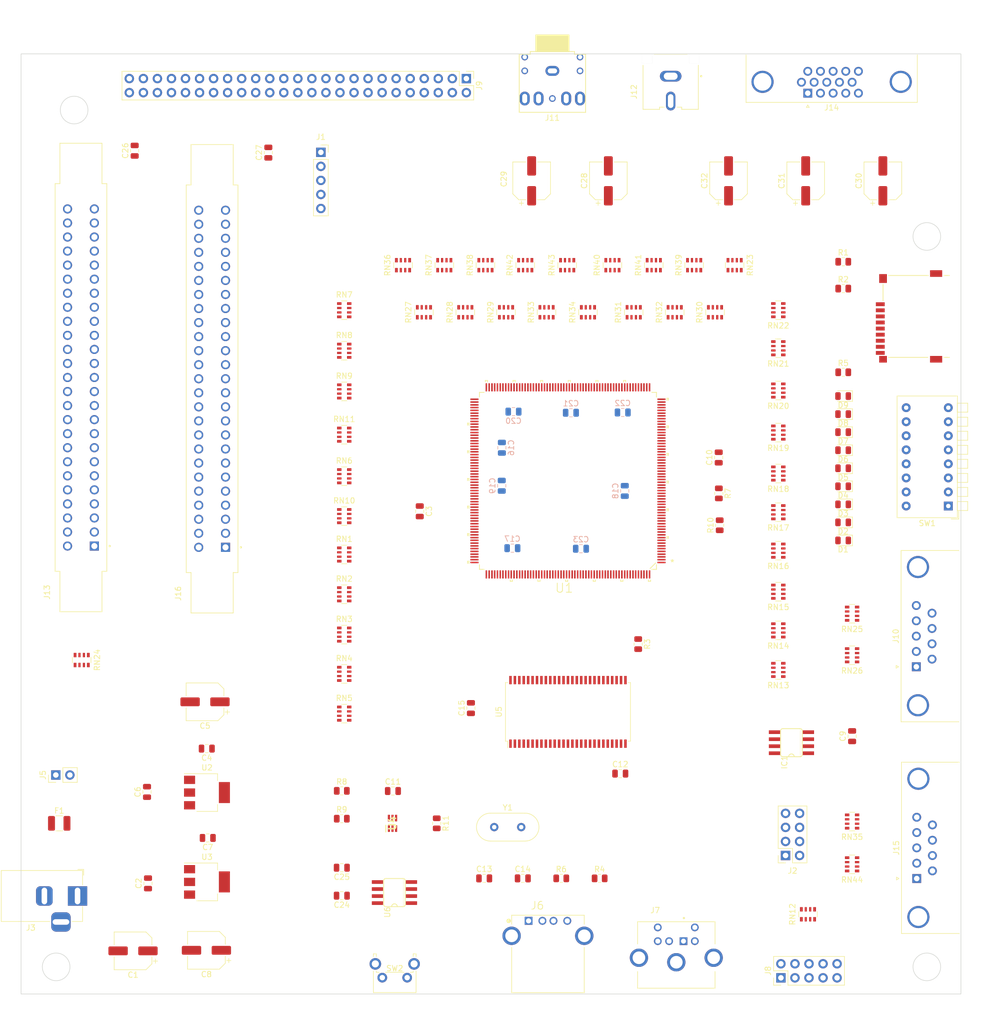
<source format=kicad_pcb>
(kicad_pcb (version 20221018) (generator pcbnew)
  (layers (0 "F.Cu" signal) (31 "B.Cu" signal) (34 "B.Paste" user) (35 "F.Paste" user) (36 "B.SilkS" user "B.Silkscreen") (37 "F.SilkS" user "F.Silkscreen") (38 "B.Mask" user) (39 "F.Mask" user) (44 "Edge.Cuts" user))
  (net 0 "")
  (net 1 "+5V")
  (net 2 "GND")
  (net 3 "Net-(U1B-VCCA_PLL2)")
  (net 4 "+1V5")
  (net 5 "+3.3V")
  (net 6 "Net-(U1A-VCCA_PLL1)")
  (net 7 "Net-(U4-A1)")
  (net 8 "Net-(U4-A2)")
  (net 9 "Net-(U6-DC)")
  (net 10 "Net-(J13-Pin_49)")
  (net 11 "/SOUND_L")
  (net 12 "Net-(J16-Pin_49)")
  (net 13 "/SOUND_R")
  (net 14 "/VB_CV")
  (net 15 "/VG_SY")
  (net 16 "/VR_SC")
  (net 17 "/LED1")
  (net 18 "/LED2")
  (net 19 "/LED3")
  (net 20 "/LED4")
  (net 21 "/LED5")
  (net 22 "/LED6")
  (net 23 "/LED7")
  (net 24 "/LED8")
  (net 25 "Net-(D9-A)")
  (net 26 "Net-(F1-Pad1)")
  (net 27 "Net-(J5-Pin_1)")
  (net 28 "/AS_CS")
  (net 29 "/AS_DI")
  (net 30 "/AS_CK")
  (net 31 "/AS_DO")
  (net 32 "-12V")
  (net 33 "+12V")
  (net 34 "/USBN1")
  (net 38 "/USBP1")
  (net 40 "/SD_D0")
  (net 41 "/SD_D1")
  (net 42 "/SD_CK")
  (net 43 "/SD_D2")
  (net 44 "/SD_D3")
  (net 45 "/SD_CM")
  (net 46 "/KDAT")
  (net 47 "/KCLK")
  (net 50 "/C_DONE")
  (net 51 "/C_CONF")
  (net 52 "/C_CE")
  (net 53 "/CS1")
  (net 54 "/CS2")
  (net 55 "/CS12")
  (net 56 "/SLTSL1")
  (net 57 "/RSV5")
  (net 58 "/RFSH")
  (net 59 "/WAIT")
  (net 60 "/INT")
  (net 61 "/M1")
  (net 62 "/BDIR")
  (net 63 "/IORQ")
  (net 64 "/MERQ")
  (net 65 "/WR")
  (net 66 "/RD")
  (net 67 "/RESET")
  (net 68 "/RSV16")
  (net 69 "/A9")
  (net 70 "/A15")
  (net 71 "/A11")
  (net 72 "/A10")
  (net 73 "/A7")
  (net 74 "/A6")
  (net 75 "/A12")
  (net 76 "/A8")
  (net 77 "/A14")
  (net 78 "/A13")
  (net 79 "/A1")
  (net 80 "/A0")
  (net 81 "/A3")
  (net 82 "/A2")
  (net 83 "/A5")
  (net 84 "/A4")
  (net 85 "/D1")
  (net 86 "/D0")
  (net 87 "/D3")
  (net 88 "/D2")
  (net 89 "/D5")
  (net 90 "/D4")
  (net 91 "/D7")
  (net 92 "/D6")
  (net 93 "/CLOCK")
  (net 94 "/SW1")
  (net 95 "/SW2")
  (net 96 "/IO7")
  (net 97 "/IO9")
  (net 98 "/IO11")
  (net 99 "/IO13")
  (net 100 "/IO8")
  (net 101 "/IO10")
  (net 102 "/IO12")
  (net 103 "/SLTSL2")
  (net 106 "/SCLK")
  (net 107 "/HSYNC")
  (net 108 "/VSYNC")
  (net 109 "/SDAT")
  (net 110 "/IO0")
  (net 111 "/IO2")
  (net 112 "/IO4")
  (net 113 "/IO6")
  (net 114 "/IO1")
  (net 115 "/IO3")
  (net 116 "/IO5")
  (net 117 "/PWRLED")
  (net 118 "Net-(U4-Y1)")
  (net 119 "/EXTCLK")
  (net 120 "/CLK21M")
  (net 121 "/MCLK")
  (net 122 "Net-(U1A-IO_24)")
  (net 123 "Net-(RN1D-R4.2)")
  (net 124 "Net-(RN1C-R3.2)")
  (net 125 "Net-(RN1B-R2.2)")
  (net 126 "Net-(RN1A-R1.2)")
  (net 127 "Net-(RN2D-R4.2)")
  (net 128 "Net-(RN2C-R3.2)")
  (net 129 "Net-(RN2B-R2.2)")
  (net 130 "Net-(RN2A-R1.2)")
  (net 131 "Net-(RN3D-R4.2)")
  (net 132 "Net-(RN3C-R3.2)")
  (net 133 "Net-(RN3B-R2.2)")
  (net 134 "Net-(RN3A-R1.2)")
  (net 135 "Net-(RN4D-R4.2)")
  (net 136 "Net-(RN4C-R3.2)")
  (net 137 "Net-(RN4B-R2.2)")
  (net 138 "Net-(RN4A-R1.2)")
  (net 139 "Net-(RN6D-R4.2)")
  (net 140 "Net-(RN6C-R3.2)")
  (net 141 "Net-(RN6B-R2.2)")
  (net 142 "Net-(RN6A-R1.2)")
  (net 143 "Net-(RN7D-R4.2)")
  (net 144 "Net-(RN7C-R3.2)")
  (net 145 "Net-(RN7B-R2.2)")
  (net 146 "Net-(RN7A-R1.2)")
  (net 147 "Net-(RN8D-R4.2)")
  (net 148 "Net-(RN8C-R3.2)")
  (net 149 "Net-(RN8B-R2.2)")
  (net 150 "Net-(RN8A-R1.2)")
  (net 151 "Net-(RN9D-R4.2)")
  (net 152 "Net-(RN9C-R3.2)")
  (net 153 "Net-(RN9B-R2.2)")
  (net 154 "Net-(RN9A-R1.2)")
  (net 155 "Net-(RN10D-R4.2)")
  (net 156 "Net-(RN10C-R3.2)")
  (net 157 "Net-(RN10B-R2.2)")
  (net 158 "Net-(RN10A-R1.2)")
  (net 159 "Net-(RN11D-R4.2)")
  (net 160 "Net-(RN11C-R3.2)")
  (net 161 "Net-(RN11B-R2.2)")
  (net 162 "Net-(RN11A-R1.2)")
  (net 163 "/C_STAT")
  (net 164 "Net-(RN13D-R4.2)")
  (net 165 "Net-(RN13C-R3.2)")
  (net 166 "Net-(RN13B-R2.2)")
  (net 167 "Net-(RN13A-R1.2)")
  (net 168 "Net-(RN14D-R4.2)")
  (net 169 "Net-(RN14C-R3.2)")
  (net 170 "Net-(RN14B-R2.2)")
  (net 171 "Net-(RN14A-R1.2)")
  (net 172 "Net-(RN15D-R4.2)")
  (net 173 "Net-(RN15C-R3.2)")
  (net 174 "Net-(RN15B-R2.2)")
  (net 175 "Net-(RN15A-R1.2)")
  (net 180 "Net-(RN16B-R2.2)")
  (net 181 "Net-(RN16A-R1.2)")
  (net 182 "Net-(RN17D-R4.2)")
  (net 183 "Net-(RN17C-R3.2)")
  (net 184 "Net-(RN17B-R2.2)")
  (net 185 "Net-(RN17A-R1.2)")
  (net 186 "Net-(RN18D-R4.2)")
  (net 187 "Net-(RN18C-R3.2)")
  (net 188 "Net-(RN18B-R2.2)")
  (net 189 "Net-(RN18A-R1.2)")
  (net 190 "/DIP1")
  (net 191 "/DIP2")
  (net 192 "/DIP3")
  (net 193 "/DIP4")
  (net 194 "Net-(RN19D-R4.2)")
  (net 195 "Net-(RN19C-R3.2)")
  (net 196 "Net-(RN19B-R2.2)")
  (net 197 "Net-(RN19A-R1.2)")
  (net 198 "/DIP5")
  (net 199 "/DIP6")
  (net 200 "/DIP7")
  (net 201 "/DIP8")
  (net 202 "Net-(RN20D-R4.2)")
  (net 203 "Net-(RN20C-R3.2)")
  (net 204 "Net-(RN20B-R2.2)")
  (net 205 "Net-(RN20A-R1.2)")
  (net 206 "Net-(RN21D-R4.2)")
  (net 207 "Net-(RN21C-R3.2)")
  (net 208 "Net-(RN21B-R2.2)")
  (net 209 "Net-(RN21A-R1.2)")
  (net 210 "Net-(RN22D-R4.2)")
  (net 211 "Net-(RN22C-R3.2)")
  (net 212 "Net-(RN22B-R2.2)")
  (net 213 "Net-(RN22A-R1.2)")
  (net 214 "Net-(RN23D-R4.2)")
  (net 215 "Net-(RN23C-R3.2)")
  (net 216 "Net-(RN23B-R2.2)")
  (net 217 "Net-(RN23A-R1.2)")
  (net 220 "/SR2")
  (net 221 "/SR3")
  (net 222 "/SR4")
  (net 223 "/SR5")
  (net 224 "/SL4")
  (net 225 "/SL5")
  (net 226 "/SR0")
  (net 227 "/SR1")
  (net 228 "/SL0")
  (net 229 "/SL1")
  (net 230 "/SL2")
  (net 231 "/SL3")
  (net 232 "/VB2")
  (net 233 "/VB3")
  (net 234 "/VB4")
  (net 235 "/VB5")
  (net 236 "/VG4")
  (net 237 "/VG5")
  (net 238 "/VB0")
  (net 239 "/VB1")
  (net 240 "/VG0")
  (net 241 "/VG1")
  (net 242 "/VG2")
  (net 243 "/VG3")
  (net 244 "/VR2")
  (net 245 "/VR3")
  (net 246 "/VR4")
  (net 247 "/VR5")
  (net 252 "/VR0")
  (net 253 "/VR1")
  (net 267 "/MCKE")
  (net 271 "/MD0")
  (net 272 "/MD1")
  (net 273 "/MD2")
  (net 274 "/MD3")
  (net 275 "/MD4")
  (net 276 "/MD5")
  (net 277 "/MD6")
  (net 278 "/MD7")
  (net 279 "/MLDQ")
  (net 280 "/MWE")
  (net 281 "/MCAS")
  (net 282 "/MRAS")
  (net 283 "/MCS")
  (net 284 "/MBA0")
  (net 285 "/MBA1")
  (net 286 "/MA10")
  (net 287 "/MA0")
  (net 288 "/MA1")
  (net 289 "/MA2")
  (net 290 "/MA3")
  (net 291 "/MD15")
  (net 292 "/MD14")
  (net 293 "/MD13")
  (net 294 "/MD12")
  (net 295 "/MD11")
  (net 296 "/MD10")
  (net 297 "/MD9")
  (net 298 "/MD8")
  (net 299 "/MUDQ")
  (net 300 "/MA12")
  (net 301 "/MA11")
  (net 302 "/MA9")
  (net 303 "/MA8")
  (net 304 "/MA7")
  (net 305 "/MA6")
  (net 306 "/MA5")
  (net 307 "/MA4")
  (net 315 "Net-(RN34B-R2.2)")
  (net 316 "Net-(RN34A-R1.2)")
  (net 317 "Net-(RN27A-R1.2)")
  (net 318 "Net-(RN27D-R4.2)")
  (net 319 "Net-(RN27C-R3.2)")
  (net 320 "Net-(RN27B-R2.2)")
  (net 321 "Net-(RN28C-R3.2)")
  (net 322 "Net-(RN28D-R4.2)")
  (net 323 "Net-(RN28B-R2.2)")
  (net 324 "Net-(RN28A-R1.2)")
  (net 325 "Net-(RN29D-R4.2)")
  (net 326 "Net-(RN29C-R3.2)")
  (net 327 "Net-(RN29B-R2.2)")
  (net 328 "Net-(RN29A-R1.2)")
  (net 329 "Net-(RN30A-R1.2)")
  (net 330 "Net-(RN30D-R4.2)")
  (net 331 "Net-(RN30C-R3.2)")
  (net 332 "Net-(RN30B-R2.2)")
  (net 333 "Net-(RN31C-R3.2)")
  (net 334 "Net-(RN31D-R4.2)")
  (net 335 "Net-(RN31B-R2.2)")
  (net 336 "Net-(RN31A-R1.2)")
  (net 337 "Net-(RN32D-R4.2)")
  (net 338 "Net-(RN32C-R3.2)")
  (net 339 "Net-(RN32B-R2.2)")
  (net 340 "Net-(RN32A-R1.2)")
  (net 341 "Net-(RN33A-R1.2)")
  (net 342 "Net-(RN33D-R4.2)")
  (net 343 "Net-(RN33C-R3.2)")
  (net 344 "Net-(RN33B-R2.2)")
  (net 345 "Net-(RN5D-R4.2)")
  (net 346 "Net-(RN5C-R3.2)")
  (net 347 "Net-(RN5B-R2.2)")
  (net 348 "Net-(RN5A-R1.2)")
  (footprint "Resistor_SMD:R_0805_2012Metric" (layer "F.Cu") (at 206.6036 193.2432 -90)
    (fp_text reference "R11")
    (fp_text value "1M")
  )
  (footprint "LED_SMD:LED_0805_2012Metric" (layer "F.Cu") (at 280.1135 142.0876 180)
    (fp_text reference "D1")
    (fp_text value "LED3" hide)
  )
  (footprint "Resistor_SMD:R_Array_Convex_4x0603" (layer "F.Cu") (at 189.876 100.4564)
    (fp_text reference "RN7")
    (fp_text value "100")
  )
  (footprint "Resistor_SMD:R_Array_Convex_4x0603" (layer "F.Cu") (at 189.876 144.6338)
    (fp_text reference "RN1")
    (fp_text value "100")
  )
  (footprint "Capacitor_SMD:C_0805_2012Metric" (layer "F.Cu") (at 151.9682 71.6128 90)
    (fp_text reference "C26")
    (fp_text value "4.7uF")
  )
  (footprint "Capacitor_SMD:CP_Elec_6.3x3" (layer "F.Cu") (at 223.774 77.0636 90)
    (fp_text reference "C29")
    (fp_text value "220uF")
  )
  (footprint "Resistor_SMD:R_Array_Convex_4x0603" (layer "F.Cu") (at 189.876 122.9614)
    (fp_text reference "RN11")
    (fp_text value "100")
  )
  (footprint "Resistor_SMD:R_Array_Convex_4x0603" (layer "F.Cu") (at 281.7368 155.3348 180)
    (fp_text reference "RN25")
    (fp_text value "10K")
  )
  (footprint "Connector_Dsub:DSUB-9_Male_Horizontal_P2.77x2.84mm_EdgePinOffset4.94mm_Housed_MountingHolesOffset7.48mm" (layer "F.Cu") (at 293.3494 164.9356 90)
    (fp_text reference "J10")
    (fp_text value "JOY2")
  )
  (footprint "Resistor_SMD:R_Array_Convex_4x0603" (layer "F.Cu") (at 189.876 137.6934)
    (fp_text reference "RN10")
    (fp_text value "100")
  )
  (footprint "Resistor_SMD:R_Array_Convex_4x0603" (layer "F.Cu") (at 281.7368 192.9192 180)
    (fp_text reference "RN35")
    (fp_text value "10K")
  )
  (footprint "Resistor_SMD:R_Array_Convex_4x0603" (layer "F.Cu") (at 226.4664 100.827 90)
    (fp_text reference "RN33")
    (fp_text value "200")
  )
  (footprint "Resistor_SMD:R_0805_2012Metric" (layer "F.Cu") (at 189.4332 192.405)
    (fp_text reference "R9")
    (fp_text value "100")
  )
  (footprint "Resistor_SMD:R_0805_2012Metric" (layer "F.Cu") (at 280.1335 111.6838)
    (fp_text reference "R5")
    (fp_text value "1K")
  )
  (footprint "Resistor_SMD:R_Array_Convex_4x0603" (layer "F.Cu") (at 233.9594 100.827 90)
    (fp_text reference "RN34")
    (fp_text value "200")
  )
  (footprint "Resistor_SMD:R_Array_Convex_4x0603" (layer "F.Cu") (at 268.3874 114.9802 180)
    (fp_text reference "RN20")
    (fp_text value "100")
  )
  (footprint "Resistor_SMD:R_Array_Convex_4x0603" (layer "F.Cu") (at 268.3874 151.3586 180)
    (fp_text reference "RN15")
    (fp_text value "100")
  )
  (footprint "Connector_PinHeader_2.54mm:PinHeader_2x05_P2.54mm_Vertical" (layer "F.Cu") (at 268.859 221.1832 90)
    (fp_text reference "J8")
    (fp_text value "Conn_02x05_Odd_Even")
  )
  (footprint "Resistor_SMD:R_0805_2012Metric" (layer "F.Cu") (at 280.1335 96.5454)
    (fp_text reference "R2")
    (fp_text value "10K")
  )
  (footprint "Capacitor_SMD:CP_Elec_6.3x3" (layer "F.Cu") (at 164.6936 171.2722 180)
    (fp_text reference "C5")
    (fp_text value "220uF")
  )
  (footprint "Resistor_SMD:R_Array_Convex_4x0603" (layer "F.Cu") (at 189.876 159.1118)
    (fp_text reference "RN3")
    (fp_text value "100")
  )
  (footprint "Capacitor_SMD:CP_Elec_6.3x3" (layer "F.Cu") (at 273.3421 77.0636 90)
    (fp_text reference "C31")
    (fp_text value "220uF")
  )
  (footprint "TRHMSX:TE_5530841-5" (layer "F.Cu") (at 142.2534 112.6236 90)
    (fp_text reference "J13")
    (fp_text value "CART2")
  )
  (footprint "Capacitor_SMD:C_0805_2012Metric" (layer "F.Cu") (at 239.804 184.2516)
    (fp_text reference "C12")
    (fp_text value "0.1uF")
  )
  (footprint "Resistor_SMD:R_0805_2012Metric" (layer "F.Cu") (at 189.4332 187.3722)
    (fp_text reference "R8")
    (fp_text value "100")
  )
  (footprint "Capacitor_SMD:C_0805_2012Metric" (layer "F.Cu") (at 189.4332 206.3242 180)
    (fp_text reference "C24")
    (fp_text value "0.1uF")
  )
  (footprint "LED_SMD:LED_0805_2012Metric" (layer "F.Cu") (at 280.1135 135.5618 180)
    (fp_text reference "D3")
    (fp_text value "LED3" hide)
  )
  (footprint "Resistor_SMD:R_Array_Convex_4x0603" (layer "F.Cu") (at 260.4834 92.3146 -90)
    (fp_text reference "RN23")
    (fp_text value "100")
  )
  (footprint "TRHMSX:CUI_RCJ-044" (layer "F.Cu") (at 248.92 58.1364 90)
    (fp_text reference "J12")
    (fp_text value "RCA")
    (fp_line (start 2.3 -5.15) (end 2.3 -3.35) (stroke (width 0.01)) (layer "Edge.Cuts"))
    (fp_line (start 2.3 -3.35) (end 4 -3.35) (stroke (width 0.01)) (layer "Edge.Cuts"))
    (fp_line (start 2.3 3.35) (end 2.3 5.15) (stroke (width 0.01)) (layer "Edge.Cuts"))
    (fp_line (start 2.3 5.15) (end 4 5.15) (stroke (width 0.01)) (layer "Edge.Cuts"))
    (fp_line (start 4 -5.15) (end 2.3 -5.15) (stroke (width 0.01)) (layer "Edge.Cuts"))
    (fp_line (start 4 -3.35) (end 4 -5.15) (stroke (width 0.01)) (layer "Edge.Cuts"))
    (fp_line (start 4 3.35) (end 2.3 3.35) (stroke (width 0.01)) (layer "Edge.Cuts"))
    (fp_line (start 4 5.15) (end 4 3.35) (stroke (width 0.01)) (layer "Edge.Cuts"))
  )
  (footprint "Resistor_SMD:R_Array_Convex_4x0603" (layer "F.Cu") (at 189.876 130.4798)
    (fp_text reference "RN6")
    (fp_text value "100")
  )
  (footprint "Resistor_SMD:R_0805_2012Metric" (layer "F.Cu") (at 243.04 160.8328 -90)
    (fp_text reference "R3")
    (fp_text value "10")
  )
  (footprint "TRHMSX:Conn_uSDcard" (layer "F.Cu") (at 297.3324 101.5766 90)
    (fp_text reference "J4")
    (fp_text value "MICRO-SD" hide)
  )
  (footprint "Resistor_SMD:R_Array_Convex_4x0603" (layer "F.Cu") (at 256.94 100.827 90)
    (fp_text reference "RN30")
    (fp_text value "200")
  )
  (footprint "Connector_Dsub:DSUB-9_Male_Horizontal_P2.77x2.84mm_EdgePinOffset4.94mm_Housed_MountingHolesOffset7.48mm" (layer "F.Cu") (at 293.4256 203.225 90)
    (fp_text reference "J15")
    (fp_text value "JOY1")
  )
  (footprint "Connector_PinSocket_2.54mm:PinSocket_1x05_P2.54mm_Vertical" (layer "F.Cu") (at 185.6486 71.9074)
    (fp_text reference "J1")
    (fp_text value "MODULE-12V")
  )
  (footprint "Capacitor_SMD:C_0805_2012Metric" (layer "F.Cu") (at 198.6788 187.4012)
    (fp_text reference "C11")
    (fp_text value "0.1uF")
  )
  (footprint "TRHMSX:TE_5530841-5" (layer "F.Cu") (at 165.977 112.8522 90)
    (fp_text reference "J16")
    (fp_text value "CART1")
  )
  (footprint "Resistor_SMD:R_Array_Convex_4x0603" (layer "F.Cu") (at 268.3874 107.3348 180)
    (fp_text reference "RN21")
    (fp_text value "100")
  )
  (footprint "Capacitor_SMD:C_0805_2012Metric" (layer "F.Cu") (at 203.5302 136.8196 -90)
    (fp_text reference "C3")
    (fp_text value "0.1uF")
  )
  (footprint "Resistor_SMD:R_0805_2012Metric" (layer "F.Cu") (at 280.1335 91.6904)
    (fp_text reference "R1")
    (fp_text value "10K")
  )
  (footprint "LED_SMD:LED_0805_2012Metric" (layer "F.Cu") (at 280.1135 125.7731 180)
    (fp_text reference "D6")
    (fp_text value "LED3" hide)
  )
  (footprint "Resistor_SMD:R_Array_Convex_4x0603" (layer "F.Cu") (at 189.876 173.4058)
    (fp_text reference "RN5")
    (fp_text value "100")
  )
  (footprint "Resistor_SMD:R_Array_Convex_4x0603" (layer "F.Cu") (at 245.8656 92.3146 90)
    (fp_text reference "RN41")
    (fp_text value "100")
  )
  (footprint "Capacitor_SMD:C_0805_2012Metric" (layer "F.Cu") (at 154.2034 187.5638 90)
    (fp_text reference "C6")
    (fp_text value "0.1uF")
  )
  (footprint "Resistor_SMD:R_Array_Convex_4x0603" (layer "F.Cu") (at 238.3852 92.3146 90)
    (fp_text reference "RN40")
    (fp_text value "100")
  )
  (footprint "TRHMSX:SO08" (layer "F.Cu") (at 270.764 178.6636 90)
    (fp_text reference "IC1")
    (fp_text value "EPCS4")
  )
  (footprint "TRHMSX:SOT65P210X110-6N" (layer "F.Cu") (at 198.6026 193.2432 90)
    (fp_text reference "U4")
    (fp_text value "NC7WZU04P6X" hide)
  )
  (footprint "Resistor_SMD:R_Array_Convex_4x0603" (layer "F.Cu") (at 207.975 92.3146 90)
    (fp_text reference "RN37")
    (fp_text value "100")
  )
  (footprint "Resistor_SMD:R_0805_2012Metric" (layer "F.Cu") (at 229.129266 203.2)
    (fp_text reference "R6")
    (fp_text value "1K")
  )
  (footprint "Connector_PinHeader_2.54mm:PinHeader_2x25_P2.54mm_Vertical" (layer "F.Cu") (at 211.963 58.5724 -90)
    (fp_text reference "J9")
    (fp_text value "EXPANSION")
  )
  (footprint "Capacitor_SMD:C_0805_2012Metric" (layer "F.Cu") (at 215.1888 203.2)
    (fp_text reference "C13")
    (fp_text value "27pF")
  )
  (footprint "Resistor_SMD:R_Array_Convex_4x0603" (layer "F.Cu") (at 189.876 107.7846)
    (fp_text reference "RN8")
    (fp_text value "100")
  )
  (footprint "Resistor_SMD:R_0805_2012Metric" (layer "F.Cu") (at 236.0695 203.2)
    (fp_text reference "R4")
    (fp_text value "1K")
  )
  (footprint "Resistor_SMD:R_Array_Convex_4x0603" (layer "F.Cu") (at 249.6502 100.827 90)
    (fp_text reference "RN32")
    (fp_text value "200")
  )
  (footprint "Connector_Dsub:DSUB-15-HD_Female_Horizontal_P2.29x1.98mm_EdgePinOffset3.03mm_Housed_MountingHolesOffset4.94mm" (layer "F.Cu") (at 273.7198 61.2116 180)
    (fp_text reference "J14")
    (fp_text value "DH15")
  )
  (footprint "Capacitor_SMD:C_0805_2012Metric" (layer "F.Cu") (at 257.6068 127.0914 90)
    (fp_text reference "C10")
    (fp_text value "0.1uF")
  )
  (footprint "Resistor_SMD:R_Array_Convex_4x0603" (layer "F.Cu") (at 281.7368 162.8532 180)
    (fp_text reference "RN26")
    (fp_text value "10K")
  )
  (footprint "TRHMSX:TE_6364372-2" (layer "F.Cu") (at 226.7204 213.5852)
    (fp_text reference "J6")
    (fp_text value "KEYBOARD-USB")
  )
  (footprint "Resistor_SMD:R_Array_Convex_4x0603" (layer "F.Cu") (at 268.3874 100.4508 180)
    (fp_text reference "RN22")
    (fp_text value "100")
  )
  (footprint "Capacitor_SMD:C_0805_2012Metric" (layer "F.Cu") (at 176.149 71.9582 90)
    (fp_text reference "C27")
    (fp_text value "4.7uF")
  )
  (footprint "Resistor_SMD:R_Array_Convex_4x0603" (layer "F.Cu") (at 281.7368 200.6588 180)
    (fp_text reference "RN44")
    (fp_text value "10K")
  )
  (footprint "Resistor_SMD:R_Array_Convex_4x0603" (layer "F.Cu") (at 200.5074 92.3146 90)
    (fp_text reference "RN36")
    (fp_text value "100")
  )
  (footprint "Package_TO_SOT_SMD:SOT-223-3_TabPin2" (layer "F.Cu") (at 165.0488 203.835)
    (fp_text reference "U3")
    (fp_text value "AMS1117-3.3")
  )
  (footprint "Capacitor_SMD:C_0805_2012Metric" (layer "F.Cu") (at 222.169033 203.2)
    (fp_text reference "C14")
    (fp_text value "27pF")
  )
  (footprint "Resistor_SMD:R_Array_Convex_4x0603" (layer "F.Cu") (at 189.876 151.8282)
    (fp_text reference "RN2")
    (fp_text value "100")
  )
  (footprint "Resistor_SMD:R_Array_Convex_4x0603" (layer "F.Cu") (at 268.3874 129.9916 180)
    (fp_text reference "RN18")
    (fp_text value "1K")
  )
  (footprint "LED_SMD:LED_0805_2012Metric" (layer "F.Cu") (at 280.1135 129.036 180)
    (fp_text reference "D5")
    (fp_text value "LED3" hide)
  )
  (footprint "Resistor_SMD:R_Array_Convex_4x0603" (layer "F.Cu") (at 253.168 92.3146 90)
    (fp_text reference "RN39")
    (fp_text value "100")
  )
  (footprint "TRHMSX:QFP50P3460X3460X410-240N" (layer "F.Cu") (at 230.3406 131.318 180)
    (fp_text reference "U1")
    (fp_text value "EP1C12Q240C8N")
  )
  (footprint "LED_SMD:LED_0805_2012Metric" (layer "F.Cu") (at 280.1135 119.2473 180)
    (fp_text reference "D8")
    (fp_text value "LED3" hide)
  )
  (footprint "Capacitor_SMD:CP_Elec_6.3x3" (layer "F.Cu") (at 259.3848 77.0636 90)
    (fp_text reference "C32")
    (fp_text value "220uF")
  )
  (footprint "Resistor_SMD:R_Array_Convex_4x0603" (layer "F.Cu") (at 189.876 166.2176)
    (fp_text reference "RN4")
    (fp_text value "100")
  )
  (footprint "Capacitor_SMD:C_0805_2012Metric" (layer "F.Cu") (at 281.7368 177.485 90)
    (fp_text reference "C9")
    (fp_text value "0.1uF")
  )
  (footprint "TRHMSX:PJ-307" (layer "F.Cu") (at 227.5224 60.1792 -90)
    (fp_text reference "J11")
    (fp_text value "AudioJack2_Ground")
  )
  (footprint "Capacitor_SMD:CP_Elec_6.3x3" (layer "F.Cu") (at 151.6732 216.3064 180)
    (fp_text reference "C1")
    (fp_text value "220uF")
  )
  (footprint "Package_TO_SOT_SMD:SOT-223-3_TabPin2" (layer "F.Cu") (at 165.0488 187.6806)
    (fp_text reference "U2")
    (fp_text value "AMS1117-1.5")
  )
  (footprint "Connector_PinHeader_2.54mm:PinHeader_1x02_P2.54mm_Vertical" (layer "F.Cu") (at 137.7108 184.5056 90)
    (fp_text reference "J5")
    (fp_text value "Conn_01x02")
  )
  (footprint "Resistor_SMD:R_Array_Convex_4x0603" (layer "F.Cu") (at 268.3874 165.5064 180)
    (fp_text reference "RN13")
    (fp_text value "100")
  )
  (footprint "Resistor_SMD:R_Array_Convex_4x0603" (layer "F.Cu") (at 268.3874 136.9892 180)
    (fp_text reference "RN17")
    (fp_text value "1K")
  )
  (footprint "Capacitor_SMD:C_0805_2012Metric" (layer "F.Cu") (at 165.0086 179.7304 180)
    (fp_text reference "C4")
    (fp_text value "0.1uF")
  )
  (footprint "Crystal:Crystal_HC49-U_Vertical" (layer "F.Cu") (at 217.006 193.929)
    (fp_text reference "Y1")
    (fp_text value "21.47727 MHz")
  )
  (footprint "Resistor_SMD:R_Array_Convex_4x0603" (layer "F.Cu") (at 242.2334 100.827 90)
    (fp_text reference "RN31")
    (fp_text value "200")
  )
  (footprint "Resistor_SMD:R_Array_Convex_4x0603" (layer "F.Cu") (at 230.2002 92.3146 90)
    (fp_text reference "RN43")
    (fp_text value "100")
  )
  (footprint "LED_SMD:LED_0805_2012Metric" (layer "F.Cu") (at 280.1135 132.2989 180)
    (fp_text reference "D4")
    (fp_text value "LED3" hide)
  )
  (footprint "TRHMSX:SO08" (layer "F.Cu") (at 198.9582 205.7654 90)
    (fp_text reference "U6")
    (fp_text value "M51953BFP")
  )
  (footprint "Resistor_SMD:R_Array_Convex_4x0603" (layer "F.Cu") (at 268.3874 143.9356 180)
    (fp_text reference "RN16")
    (fp_text value "100")
  )
  (footprint "Resistor_SMD:R_Array_Convex_4x0603" (layer "F.Cu") (at 189.876 115.1444)
    (fp_text reference "RN9")
    (fp_text value "100")
  )
  (footprint "Fuse:Fuse_1210_3225Metric" (layer "F.Cu") (at 138.3254 193.2432)
    (fp_text reference "F1")
    (fp_text value "Fuse")
  )
  (footprint "Resistor_SMD:R_Array_Convex_4x0603" (layer "F.Cu") (at 211.7724 100.827 90)
    (fp_text reference "RN28")
    (fp_text value "200")
  )
  (footprint "Package_SO:TSOP-II-54_22.2x10.16mm_P0.8mm" (layer "F.Cu") (at 230.3406 173.0914 90)
    (fp_text reference "U5")
    (fp_text value "MT48LC16M16A2TG")
  )
  (footprint "Capacitor_SMD:C_0805_2012Metric" (layer "F.Cu") (at 189.4332 201.2696 180)
    (fp_text reference "C25")
    (fp_text value "2.2uF")
  )
  (footprint "Capacitor_SMD:C_0805_2012Metric" (layer "F.Cu") (at 165.1864 195.8848 180)
    (fp_text reference "C7")
    (fp_text value "0.1uF")
  )
  (footprint "Resistor_SMD:R_Array_Convex_4x0603" (layer "F.Cu") (at 222.6182 92.3146 90)
    (fp_text reference "RN42")
    (fp_text value "100")
  )
  (footprint "Button_Switch_THT:SW_Tactile_SPST_Angled_PTS645Vx83-2LFS" (layer "F.Cu") (at 201.2586 221.1511 180)
    (fp_text reference "SW2")
    (fp_text value "SW_Push")
  )
  (footprint "Resistor_SMD:R_0805_2012Metric" (layer "F.Cu") (at 257.7846 139.3425 90)
    (fp_text reference "R10")
    (fp_text value "22")
  )
  (footprint "Connector_BarrelJack:BarrelJack_Horizontal" (layer "F.Cu") (at 141.636 206.3827)
    (fp_text reference "J3")
    (fp_text value "Barrel_Jack")
  )
  (footprint "LED_SMD:LED_0805_2012Metric" (layer "F.Cu") (at 280.1135 122.5102 180)
    (fp_text reference "D7")
    (fp_text value "LED3" hide)
  )
  (footprint "Connector_PinSocket_2.54mm:PinSocket_2x04_P2.54mm_Vertical" (layer "F.Cu") (at 269.6972 199.0598 180)
    (fp_text reference "J2")
    (fp_text value "ESP-01")
  )
  (footprint "Resistor_SMD:R_Array_Convex_4x0603" (layer "F.Cu") (at 268.3874 158.356 180)
    (fp_text reference "RN14")
    (fp_text value "100")
  )
  (footprint "Capacitor_SMD:CP_Elec_6.3x3" (layer "F.Cu") (at 237.6424 77.0636 90)
    (fp_text reference "C28")
    (fp_text value "220uF")
  )
  (footprint "Capacitor_SMD:C_0805_2012Metric" (layer "F.Cu") (at 154.3812 204.0992 90)
    (fp_text reference "C2")
    (fp_text value "0.1uF")
  )
  (footprint "Resistor_SMD:R_Array_Convex_4x0603" (layer "F.Cu") (at 215.4172 92.3146 90)
    (fp_text reference "RN38")
    (fp_text value "100")
  )
  (footprint "LED_SMD:LED_0805_2012Metric" (layer "F.Cu") (at 280.1135 115.9844 180)
    (fp_text reference "D9")
    (fp_text value "LED3" hide)
  )
  (footprint "Resistor_SMD:R_Array_Convex_4x0603" (layer "F.Cu") (at 219.1384 100.827 90)
    (fp_text reference "RN29")
    (fp_text value "200")
  )
  (footprint "Resistor_SMD:R_0805_2012Metric" (layer "F.Cu") (at 257.6322 133.5805 -90)
    (fp_text reference "R7")
    (fp_text value "10")
  )
  (footprint "Capacitor_SMD:CP_Elec_6.3x3" (layer "F.Cu") (at 287.2994 77.0636 90)
    (fp_text reference "C30")
    (fp_text value "220uF")
  )
  (footprint "TRHMSX:TE_5749180-1" (layer "F.Cu") (at 249.936 218.3638)
    (fp_text reference "J7")
    (fp_text value "KEYBOARD-PS2")
  )
  (footprint "LED_SMD:LED_0805_2012Metric" (layer "F.Cu") (at 280.1135 138.8247 180)
    (fp_text reference "D2")
    (fp_text value "LED3" hide)
  )
  (footprint "Button_Switch_THT:SW_DIP_SPSTx08_Piano_10.8x21.88mm_W7.62mm_P2.54mm" (layer "F.Cu") (at 299.1358 135.8646 180)
    (fp_text reference "SW1")
    (fp_text value "SW_DIP_x08")
  )
  (footprint "Capacitor_SMD:CP_Elec_6.3x3" (layer "F.Cu") (at 164.9476 216.2048 180)
    (fp_text reference "C8")
    (fp_text value "220uF")
  )
  (footprint "Resistor_SMD:R_Array_Convex_4x0603" (layer "F.Cu") (at 273.755 209.6914 90)
    (fp_text reference "RN12")
    (fp_text value "10K")
  )
  (footprint "Resistor_SMD:R_Array_Convex_4x0603" (layer "F.Cu") (at 268.3874 122.5872 180)
    (fp_text reference "RN19")
    (fp_text value "100")
  )
  (footprint "Capacitor_SMD:C_0805_2012Metric" (layer "F.Cu") (at 212.7886 172.405 90)
    (fp_text reference "C15")
    (fp_text value "0.1uF")
  )
  (footprint "Resistor_SMD:R_Array_Convex_4x0603" (layer "F.Cu") (at 142.3862 163.7174 -90)
    (fp_text reference "RN24")
    (fp_text value "1K")
  )
  (footprint "Resistor_SMD:R_Array_Convex_4x0603" (layer "F.Cu") (at 204.2918 100.827 90)
    (fp_text reference "RN27")
    (fp_text value "200")
  )
  (footprint "Capacitor_SMD:C_0805_2012Metric" (layer "B.Cu") (at 232.6894 143.5862 180)
    (fp_text reference "C23")
    (fp_text value "0.1uF")
  )
  (footprint "Capacitor_SMD:C_0805_2012Metric" (layer "B.Cu") (at 240.6142 133.1366 -90)
    (fp_text reference "C18")
    (fp_text value "0.1uF")
  )
  (footprint "Capacitor_SMD:C_0805_2012Metric" (layer "B.Cu") (at 220.4872 118.7958)
    (fp_text reference "C20")
    (fp_text value "0.1uF")
  )
  (footprint "Capacitor_SMD:C_0805_2012Metric" (layer "B.Cu") (at 230.8708 118.999 180)
    (fp_text reference "C21")
    (fp_text value "0.1uF")
  )
  (footprint "Capacitor_SMD:C_0805_2012Metric" (layer "B.Cu") (at 220.2892 143.4846 180)
    (fp_text reference "C17")
    (fp_text value "0.1uF")
  )
  (footprint "Capacitor_SMD:C_0805_2012Metric" (layer "B.Cu") (at 218.3638 132.1968 -90)
    (fp_text reference "C19")
    (fp_text value "0.1uF")
  )
  (footprint "Capacitor_SMD:C_0805_2012Metric" (layer "B.Cu") (at 218.3892 125.3236 90)
    (fp_text reference "C16")
    (fp_text value "0.1uF")
  )
  (footprint "Capacitor_SMD:C_0805_2012Metric" (layer "B.Cu") (at 240.2434 118.9482 180)
    (fp_text reference "C22")
    (fp_text value "0.1uF")
  )
  (gr_circle (center 137.7696 219.202) (end 140.2696 219.202) (stroke (width 0.1)) (fill none) (layer "Edge.Cuts"))
  (gr_circle (center 295.2496 87.122) (end 297.7496 87.122) (stroke (width 0.1)) (fill none) (layer "Edge.Cuts"))
  (gr_circle (center 295.2496 219.202) (end 297.7496 219.202) (stroke (width 0.1)) (fill none) (layer "Edge.Cuts"))
  (gr_circle (center 141.0196 64.262) (end 143.5196 64.262) (stroke (width 0.1)) (fill none) (layer "Edge.Cuts"))
  (gr_rect (start 131.4196 54.102) (end 301.4196 224.102) (stroke (width 0.1)) (fill none) (layer "Edge.Cuts"))
)
</source>
